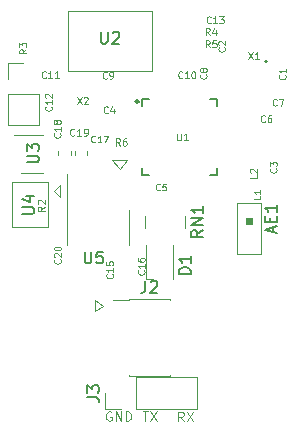
<source format=gbr>
G04 #@! TF.GenerationSoftware,KiCad,Pcbnew,(5.1.5)-3*
G04 #@! TF.CreationDate,2021-08-20T07:44:17+02:00*
G04 #@! TF.ProjectId,nRF52832_qfaa,6e524635-3238-4333-925f-716661612e6b,rev?*
G04 #@! TF.SameCoordinates,Original*
G04 #@! TF.FileFunction,Legend,Top*
G04 #@! TF.FilePolarity,Positive*
%FSLAX46Y46*%
G04 Gerber Fmt 4.6, Leading zero omitted, Abs format (unit mm)*
G04 Created by KiCad (PCBNEW (5.1.5)-3) date 2021-08-20 07:44:17*
%MOMM*%
%LPD*%
G04 APERTURE LIST*
%ADD10C,0.120000*%
%ADD11C,0.100000*%
%ADD12C,0.127000*%
%ADD13C,0.254000*%
%ADD14C,0.200000*%
%ADD15C,0.050000*%
%ADD16C,0.045600*%
%ADD17C,0.150000*%
%ADD18C,0.060000*%
%ADD19C,0.062700*%
G04 APERTURE END LIST*
D10*
X145008600Y-107924600D02*
X143814800Y-107924600D01*
X144424400Y-108686600D02*
X145008600Y-107924600D01*
X143814800Y-107924600D02*
X144424400Y-108686600D01*
X143027400Y-120319800D02*
X142316200Y-119811800D01*
X142316200Y-120726200D02*
X143027400Y-120319800D01*
X142316200Y-119837200D02*
X142316200Y-120726200D01*
D11*
X143713276Y-129267000D02*
X143637085Y-129228904D01*
X143522800Y-129228904D01*
X143408514Y-129267000D01*
X143332323Y-129343190D01*
X143294228Y-129419380D01*
X143256133Y-129571761D01*
X143256133Y-129686047D01*
X143294228Y-129838428D01*
X143332323Y-129914619D01*
X143408514Y-129990809D01*
X143522800Y-130028904D01*
X143598990Y-130028904D01*
X143713276Y-129990809D01*
X143751371Y-129952714D01*
X143751371Y-129686047D01*
X143598990Y-129686047D01*
X144094228Y-130028904D02*
X144094228Y-129228904D01*
X144551371Y-130028904D01*
X144551371Y-129228904D01*
X144932323Y-130028904D02*
X144932323Y-129228904D01*
X145122800Y-129228904D01*
X145237085Y-129267000D01*
X145313276Y-129343190D01*
X145351371Y-129419380D01*
X145389466Y-129571761D01*
X145389466Y-129686047D01*
X145351371Y-129838428D01*
X145313276Y-129914619D01*
X145237085Y-129990809D01*
X145122800Y-130028904D01*
X144932323Y-130028904D01*
X149828266Y-130054304D02*
X149561600Y-129673352D01*
X149371123Y-130054304D02*
X149371123Y-129254304D01*
X149675885Y-129254304D01*
X149752076Y-129292400D01*
X149790171Y-129330495D01*
X149828266Y-129406685D01*
X149828266Y-129520971D01*
X149790171Y-129597161D01*
X149752076Y-129635257D01*
X149675885Y-129673352D01*
X149371123Y-129673352D01*
X150094933Y-129254304D02*
X150628266Y-130054304D01*
X150628266Y-129254304D02*
X150094933Y-130054304D01*
X146380276Y-129228904D02*
X146837419Y-129228904D01*
X146608847Y-130028904D02*
X146608847Y-129228904D01*
X147027895Y-129228904D02*
X147561228Y-130028904D01*
X147561228Y-129228904D02*
X147027895Y-130028904D01*
D10*
X148704000Y-126131400D02*
X148704000Y-126196400D01*
X145174000Y-126131400D02*
X145174000Y-126196400D01*
X148704000Y-119726400D02*
X148704000Y-119791400D01*
X145174000Y-119726400D02*
X145174000Y-119791400D01*
X143849000Y-119791400D02*
X145174000Y-119791400D01*
X145174000Y-126196400D02*
X148704000Y-126196400D01*
X145174000Y-119726400D02*
X148704000Y-119726400D01*
X140637800Y-107177621D02*
X140637800Y-107503179D01*
X141657800Y-107177621D02*
X141657800Y-107503179D01*
X139240800Y-107203021D02*
X139240800Y-107528579D01*
X140260800Y-107203021D02*
X140260800Y-107528579D01*
X139344400Y-111099600D02*
X138836400Y-110591600D01*
X139344400Y-110083600D02*
X139344400Y-111099600D01*
X138836400Y-110591600D02*
X139344400Y-110083600D01*
X135280400Y-110083600D02*
X135280400Y-109829600D01*
X138328400Y-109829600D02*
X135280400Y-109829600D01*
X138328400Y-113639600D02*
X138328400Y-109829600D01*
X135280400Y-113639600D02*
X138328400Y-113639600D01*
X135280400Y-110083600D02*
X135280400Y-113639600D01*
X134941000Y-99762000D02*
X136271000Y-99762000D01*
X134941000Y-101092000D02*
X134941000Y-99762000D01*
X134941000Y-102362000D02*
X137601000Y-102362000D01*
X137601000Y-102362000D02*
X137601000Y-104962000D01*
X134941000Y-102362000D02*
X134941000Y-104962000D01*
X134941000Y-104962000D02*
X137601000Y-104962000D01*
X149914400Y-113682400D02*
X149914400Y-112682400D01*
X146554400Y-113682400D02*
X146554400Y-112682400D01*
X148927200Y-118010600D02*
X148927200Y-115110600D01*
X146627200Y-118010600D02*
X146627200Y-115110600D01*
X147227200Y-118010600D02*
X146627200Y-118010600D01*
X143221400Y-129015800D02*
X143221400Y-127685800D01*
X144551400Y-129015800D02*
X143221400Y-129015800D01*
X145821400Y-129015800D02*
X145821400Y-126355800D01*
X145821400Y-126355800D02*
X150961400Y-126355800D01*
X145821400Y-129015800D02*
X150961400Y-129015800D01*
X150961400Y-129015800D02*
X150961400Y-126355800D01*
X154381200Y-115874400D02*
X154381200Y-115620400D01*
X156413200Y-115874400D02*
X154381200Y-115874400D01*
X156413200Y-111556400D02*
X156413200Y-115874400D01*
X154381200Y-111556400D02*
X156413200Y-111556400D01*
X154381200Y-115620400D02*
X154381200Y-111556400D01*
D11*
G36*
X155651200Y-112826400D02*
G01*
X155651200Y-113334400D01*
X155143200Y-113334400D01*
X155143200Y-112826400D01*
X155651200Y-112826400D01*
G37*
X155651200Y-112826400D02*
X155651200Y-113334400D01*
X155143200Y-113334400D01*
X155143200Y-112826400D01*
X155651200Y-112826400D01*
D10*
X139960200Y-109166400D02*
X139960200Y-115166400D01*
X145180200Y-112166400D02*
X145180200Y-115166400D01*
X137890000Y-105832000D02*
X135440000Y-105832000D01*
X136090000Y-109052000D02*
X137890000Y-109052000D01*
X140030600Y-95307600D02*
X147142600Y-95307600D01*
X140030600Y-100387600D02*
X140030600Y-95307600D01*
X147142600Y-100387600D02*
X140030600Y-100387600D01*
X147142600Y-95307600D02*
X147142600Y-100387600D01*
D12*
X146301100Y-102803600D02*
X146301100Y-103403600D01*
X146901100Y-102803600D02*
X146301100Y-102803600D01*
X152701100Y-102803600D02*
X152101100Y-102803600D01*
X152701100Y-103403600D02*
X152701100Y-102803600D01*
X152701100Y-109203600D02*
X152701100Y-108603600D01*
X152101100Y-109203600D02*
X152701100Y-109203600D01*
X146301100Y-109203600D02*
X146901100Y-109203600D01*
X146301100Y-108603600D02*
X146301100Y-109203600D01*
D13*
X146028100Y-103003600D02*
G75*
G03X146028100Y-103003600I-127000J0D01*
G01*
D14*
X156901100Y-99603600D02*
G75*
G03X156901100Y-99603600I-100000J0D01*
G01*
D15*
X152050800Y-98417028D02*
X151850800Y-98131314D01*
X151707942Y-98417028D02*
X151707942Y-97817028D01*
X151936514Y-97817028D01*
X151993657Y-97845600D01*
X152022228Y-97874171D01*
X152050800Y-97931314D01*
X152050800Y-98017028D01*
X152022228Y-98074171D01*
X151993657Y-98102742D01*
X151936514Y-98131314D01*
X151707942Y-98131314D01*
X152593657Y-97817028D02*
X152307942Y-97817028D01*
X152279371Y-98102742D01*
X152307942Y-98074171D01*
X152365085Y-98045600D01*
X152507942Y-98045600D01*
X152565085Y-98074171D01*
X152593657Y-98102742D01*
X152622228Y-98159885D01*
X152622228Y-98302742D01*
X152593657Y-98359885D01*
X152565085Y-98388457D01*
X152507942Y-98417028D01*
X152365085Y-98417028D01*
X152307942Y-98388457D01*
X152279371Y-98359885D01*
X152046000Y-97375628D02*
X151846000Y-97089914D01*
X151703142Y-97375628D02*
X151703142Y-96775628D01*
X151931714Y-96775628D01*
X151988857Y-96804200D01*
X152017428Y-96832771D01*
X152046000Y-96889914D01*
X152046000Y-96975628D01*
X152017428Y-97032771D01*
X151988857Y-97061342D01*
X151931714Y-97089914D01*
X151703142Y-97089914D01*
X152560285Y-96975628D02*
X152560285Y-97375628D01*
X152417428Y-96747057D02*
X152274571Y-97175628D01*
X152646000Y-97175628D01*
X136517028Y-98575800D02*
X136231314Y-98775800D01*
X136517028Y-98918657D02*
X135917028Y-98918657D01*
X135917028Y-98690085D01*
X135945600Y-98632942D01*
X135974171Y-98604371D01*
X136031314Y-98575800D01*
X136117028Y-98575800D01*
X136174171Y-98604371D01*
X136202742Y-98632942D01*
X136231314Y-98690085D01*
X136231314Y-98918657D01*
X135917028Y-98375800D02*
X135917028Y-98004371D01*
X136145600Y-98204371D01*
X136145600Y-98118657D01*
X136174171Y-98061514D01*
X136202742Y-98032942D01*
X136259885Y-98004371D01*
X136402742Y-98004371D01*
X136459885Y-98032942D01*
X136488457Y-98061514D01*
X136517028Y-98118657D01*
X136517028Y-98290085D01*
X136488457Y-98347228D01*
X136459885Y-98375800D01*
X138066428Y-111885400D02*
X137780714Y-112085400D01*
X138066428Y-112228257D02*
X137466428Y-112228257D01*
X137466428Y-111999685D01*
X137495000Y-111942542D01*
X137523571Y-111913971D01*
X137580714Y-111885400D01*
X137666428Y-111885400D01*
X137723571Y-111913971D01*
X137752142Y-111942542D01*
X137780714Y-111999685D01*
X137780714Y-112228257D01*
X137523571Y-111656828D02*
X137495000Y-111628257D01*
X137466428Y-111571114D01*
X137466428Y-111428257D01*
X137495000Y-111371114D01*
X137523571Y-111342542D01*
X137580714Y-111313971D01*
X137637857Y-111313971D01*
X137723571Y-111342542D01*
X138066428Y-111685400D01*
X138066428Y-111313971D01*
D16*
X152129068Y-96311571D02*
X152101925Y-96338714D01*
X152020497Y-96365857D01*
X151966211Y-96365857D01*
X151884782Y-96338714D01*
X151830497Y-96284428D01*
X151803354Y-96230142D01*
X151776211Y-96121571D01*
X151776211Y-96040142D01*
X151803354Y-95931571D01*
X151830497Y-95877285D01*
X151884782Y-95823000D01*
X151966211Y-95795857D01*
X152020497Y-95795857D01*
X152101925Y-95823000D01*
X152129068Y-95850142D01*
X152671925Y-96365857D02*
X152346211Y-96365857D01*
X152509068Y-96365857D02*
X152509068Y-95795857D01*
X152454782Y-95877285D01*
X152400497Y-95931571D01*
X152346211Y-95958714D01*
X152861925Y-95795857D02*
X153214782Y-95795857D01*
X153024782Y-96013000D01*
X153106211Y-96013000D01*
X153160497Y-96040142D01*
X153187640Y-96067285D01*
X153214782Y-96121571D01*
X153214782Y-96257285D01*
X153187640Y-96311571D01*
X153160497Y-96338714D01*
X153106211Y-96365857D01*
X152943354Y-96365857D01*
X152889068Y-96338714D01*
X152861925Y-96311571D01*
D15*
X144451400Y-106722828D02*
X144251400Y-106437114D01*
X144108542Y-106722828D02*
X144108542Y-106122828D01*
X144337114Y-106122828D01*
X144394257Y-106151400D01*
X144422828Y-106179971D01*
X144451400Y-106237114D01*
X144451400Y-106322828D01*
X144422828Y-106379971D01*
X144394257Y-106408542D01*
X144337114Y-106437114D01*
X144108542Y-106437114D01*
X144965685Y-106122828D02*
X144851400Y-106122828D01*
X144794257Y-106151400D01*
X144765685Y-106179971D01*
X144708542Y-106265685D01*
X144679971Y-106379971D01*
X144679971Y-106608542D01*
X144708542Y-106665685D01*
X144737114Y-106694257D01*
X144794257Y-106722828D01*
X144908542Y-106722828D01*
X144965685Y-106694257D01*
X144994257Y-106665685D01*
X145022828Y-106608542D01*
X145022828Y-106465685D01*
X144994257Y-106408542D01*
X144965685Y-106379971D01*
X144908542Y-106351400D01*
X144794257Y-106351400D01*
X144737114Y-106379971D01*
X144708542Y-106408542D01*
X144679971Y-106465685D01*
D17*
X146605666Y-118178780D02*
X146605666Y-118893066D01*
X146558047Y-119035923D01*
X146462809Y-119131161D01*
X146319952Y-119178780D01*
X146224714Y-119178780D01*
X147034238Y-118274019D02*
X147081857Y-118226400D01*
X147177095Y-118178780D01*
X147415190Y-118178780D01*
X147510428Y-118226400D01*
X147558047Y-118274019D01*
X147605666Y-118369257D01*
X147605666Y-118464495D01*
X147558047Y-118607352D01*
X146986619Y-119178780D01*
X147605666Y-119178780D01*
D16*
X139389971Y-116362125D02*
X139417114Y-116389268D01*
X139444257Y-116470697D01*
X139444257Y-116524982D01*
X139417114Y-116606411D01*
X139362828Y-116660697D01*
X139308542Y-116687840D01*
X139199971Y-116714982D01*
X139118542Y-116714982D01*
X139009971Y-116687840D01*
X138955685Y-116660697D01*
X138901400Y-116606411D01*
X138874257Y-116524982D01*
X138874257Y-116470697D01*
X138901400Y-116389268D01*
X138928542Y-116362125D01*
X138928542Y-116144982D02*
X138901400Y-116117840D01*
X138874257Y-116063554D01*
X138874257Y-115927840D01*
X138901400Y-115873554D01*
X138928542Y-115846411D01*
X138982828Y-115819268D01*
X139037114Y-115819268D01*
X139118542Y-115846411D01*
X139444257Y-116172125D01*
X139444257Y-115819268D01*
X138874257Y-115466411D02*
X138874257Y-115412125D01*
X138901400Y-115357840D01*
X138928542Y-115330697D01*
X138982828Y-115303554D01*
X139091400Y-115276411D01*
X139227114Y-115276411D01*
X139335685Y-115303554D01*
X139389971Y-115330697D01*
X139417114Y-115357840D01*
X139444257Y-115412125D01*
X139444257Y-115466411D01*
X139417114Y-115520697D01*
X139389971Y-115547840D01*
X139335685Y-115574982D01*
X139227114Y-115602125D01*
X139091400Y-115602125D01*
X138982828Y-115574982D01*
X138928542Y-115547840D01*
X138901400Y-115520697D01*
X138874257Y-115466411D01*
D18*
X140584285Y-105827485D02*
X140555714Y-105856057D01*
X140470000Y-105884628D01*
X140412857Y-105884628D01*
X140327142Y-105856057D01*
X140270000Y-105798914D01*
X140241428Y-105741771D01*
X140212857Y-105627485D01*
X140212857Y-105541771D01*
X140241428Y-105427485D01*
X140270000Y-105370342D01*
X140327142Y-105313200D01*
X140412857Y-105284628D01*
X140470000Y-105284628D01*
X140555714Y-105313200D01*
X140584285Y-105341771D01*
X141155714Y-105884628D02*
X140812857Y-105884628D01*
X140984285Y-105884628D02*
X140984285Y-105284628D01*
X140927142Y-105370342D01*
X140870000Y-105427485D01*
X140812857Y-105456057D01*
X141441428Y-105884628D02*
X141555714Y-105884628D01*
X141612857Y-105856057D01*
X141641428Y-105827485D01*
X141698571Y-105741771D01*
X141727142Y-105627485D01*
X141727142Y-105398914D01*
X141698571Y-105341771D01*
X141670000Y-105313200D01*
X141612857Y-105284628D01*
X141498571Y-105284628D01*
X141441428Y-105313200D01*
X141412857Y-105341771D01*
X141384285Y-105398914D01*
X141384285Y-105541771D01*
X141412857Y-105598914D01*
X141441428Y-105627485D01*
X141498571Y-105656057D01*
X141612857Y-105656057D01*
X141670000Y-105627485D01*
X141698571Y-105598914D01*
X141727142Y-105541771D01*
D15*
X139380885Y-105694114D02*
X139409457Y-105722685D01*
X139438028Y-105808400D01*
X139438028Y-105865542D01*
X139409457Y-105951257D01*
X139352314Y-106008400D01*
X139295171Y-106036971D01*
X139180885Y-106065542D01*
X139095171Y-106065542D01*
X138980885Y-106036971D01*
X138923742Y-106008400D01*
X138866600Y-105951257D01*
X138838028Y-105865542D01*
X138838028Y-105808400D01*
X138866600Y-105722685D01*
X138895171Y-105694114D01*
X139438028Y-105122685D02*
X139438028Y-105465542D01*
X139438028Y-105294114D02*
X138838028Y-105294114D01*
X138923742Y-105351257D01*
X138980885Y-105408400D01*
X139009457Y-105465542D01*
X139095171Y-104779828D02*
X139066600Y-104836971D01*
X139038028Y-104865542D01*
X138980885Y-104894114D01*
X138952314Y-104894114D01*
X138895171Y-104865542D01*
X138866600Y-104836971D01*
X138838028Y-104779828D01*
X138838028Y-104665542D01*
X138866600Y-104608400D01*
X138895171Y-104579828D01*
X138952314Y-104551257D01*
X138980885Y-104551257D01*
X139038028Y-104579828D01*
X139066600Y-104608400D01*
X139095171Y-104665542D01*
X139095171Y-104779828D01*
X139123742Y-104836971D01*
X139152314Y-104865542D01*
X139209457Y-104894114D01*
X139323742Y-104894114D01*
X139380885Y-104865542D01*
X139409457Y-104836971D01*
X139438028Y-104779828D01*
X139438028Y-104665542D01*
X139409457Y-104608400D01*
X139380885Y-104579828D01*
X139323742Y-104551257D01*
X139209457Y-104551257D01*
X139152314Y-104579828D01*
X139123742Y-104608400D01*
X139095171Y-104665542D01*
D16*
X142336874Y-106395371D02*
X142309731Y-106422514D01*
X142228302Y-106449657D01*
X142174017Y-106449657D01*
X142092588Y-106422514D01*
X142038302Y-106368228D01*
X142011160Y-106313942D01*
X141984017Y-106205371D01*
X141984017Y-106123942D01*
X142011160Y-106015371D01*
X142038302Y-105961085D01*
X142092588Y-105906800D01*
X142174017Y-105879657D01*
X142228302Y-105879657D01*
X142309731Y-105906800D01*
X142336874Y-105933942D01*
X142879731Y-106449657D02*
X142554017Y-106449657D01*
X142716874Y-106449657D02*
X142716874Y-105879657D01*
X142662588Y-105961085D01*
X142608302Y-106015371D01*
X142554017Y-106042514D01*
X143069731Y-105879657D02*
X143449731Y-105879657D01*
X143205445Y-106449657D01*
X146476571Y-117301925D02*
X146503714Y-117329068D01*
X146530857Y-117410497D01*
X146530857Y-117464782D01*
X146503714Y-117546211D01*
X146449428Y-117600497D01*
X146395142Y-117627640D01*
X146286571Y-117654782D01*
X146205142Y-117654782D01*
X146096571Y-117627640D01*
X146042285Y-117600497D01*
X145988000Y-117546211D01*
X145960857Y-117464782D01*
X145960857Y-117410497D01*
X145988000Y-117329068D01*
X146015142Y-117301925D01*
X146530857Y-116759068D02*
X146530857Y-117084782D01*
X146530857Y-116921925D02*
X145960857Y-116921925D01*
X146042285Y-116976211D01*
X146096571Y-117030497D01*
X146123714Y-117084782D01*
X145960857Y-116270497D02*
X145960857Y-116379068D01*
X145988000Y-116433354D01*
X146015142Y-116460497D01*
X146096571Y-116514782D01*
X146205142Y-116541925D01*
X146422285Y-116541925D01*
X146476571Y-116514782D01*
X146503714Y-116487640D01*
X146530857Y-116433354D01*
X146530857Y-116324782D01*
X146503714Y-116270497D01*
X146476571Y-116243354D01*
X146422285Y-116216211D01*
X146286571Y-116216211D01*
X146232285Y-116243354D01*
X146205142Y-116270497D01*
X146178000Y-116324782D01*
X146178000Y-116433354D01*
X146205142Y-116487640D01*
X146232285Y-116514782D01*
X146286571Y-116541925D01*
X143809571Y-117606725D02*
X143836714Y-117633868D01*
X143863857Y-117715297D01*
X143863857Y-117769582D01*
X143836714Y-117851011D01*
X143782428Y-117905297D01*
X143728142Y-117932440D01*
X143619571Y-117959582D01*
X143538142Y-117959582D01*
X143429571Y-117932440D01*
X143375285Y-117905297D01*
X143321000Y-117851011D01*
X143293857Y-117769582D01*
X143293857Y-117715297D01*
X143321000Y-117633868D01*
X143348142Y-117606725D01*
X143863857Y-117063868D02*
X143863857Y-117389582D01*
X143863857Y-117226725D02*
X143293857Y-117226725D01*
X143375285Y-117281011D01*
X143429571Y-117335297D01*
X143456714Y-117389582D01*
X143293857Y-116548154D02*
X143293857Y-116819582D01*
X143565285Y-116846725D01*
X143538142Y-116819582D01*
X143511000Y-116765297D01*
X143511000Y-116629582D01*
X143538142Y-116575297D01*
X143565285Y-116548154D01*
X143619571Y-116521011D01*
X143755285Y-116521011D01*
X143809571Y-116548154D01*
X143836714Y-116575297D01*
X143863857Y-116629582D01*
X143863857Y-116765297D01*
X143836714Y-116819582D01*
X143809571Y-116846725D01*
X149731868Y-100964571D02*
X149704725Y-100991714D01*
X149623297Y-101018857D01*
X149569011Y-101018857D01*
X149487582Y-100991714D01*
X149433297Y-100937428D01*
X149406154Y-100883142D01*
X149379011Y-100774571D01*
X149379011Y-100693142D01*
X149406154Y-100584571D01*
X149433297Y-100530285D01*
X149487582Y-100476000D01*
X149569011Y-100448857D01*
X149623297Y-100448857D01*
X149704725Y-100476000D01*
X149731868Y-100503142D01*
X150274725Y-101018857D02*
X149949011Y-101018857D01*
X150111868Y-101018857D02*
X150111868Y-100448857D01*
X150057582Y-100530285D01*
X150003297Y-100584571D01*
X149949011Y-100611714D01*
X150627582Y-100448857D02*
X150681868Y-100448857D01*
X150736154Y-100476000D01*
X150763297Y-100503142D01*
X150790440Y-100557428D01*
X150817582Y-100666000D01*
X150817582Y-100801714D01*
X150790440Y-100910285D01*
X150763297Y-100964571D01*
X150736154Y-100991714D01*
X150681868Y-101018857D01*
X150627582Y-101018857D01*
X150573297Y-100991714D01*
X150546154Y-100964571D01*
X150519011Y-100910285D01*
X150491868Y-100801714D01*
X150491868Y-100666000D01*
X150519011Y-100557428D01*
X150546154Y-100503142D01*
X150573297Y-100476000D01*
X150627582Y-100448857D01*
D17*
X136180580Y-112496504D02*
X136990104Y-112496504D01*
X137085342Y-112448885D01*
X137132961Y-112401266D01*
X137180580Y-112306028D01*
X137180580Y-112115552D01*
X137132961Y-112020314D01*
X137085342Y-111972695D01*
X136990104Y-111925076D01*
X136180580Y-111925076D01*
X136513914Y-111020314D02*
X137180580Y-111020314D01*
X136132961Y-111258409D02*
X136847247Y-111496504D01*
X136847247Y-110877457D01*
X151486780Y-113872876D02*
X151010590Y-114206209D01*
X151486780Y-114444304D02*
X150486780Y-114444304D01*
X150486780Y-114063352D01*
X150534400Y-113968114D01*
X150582019Y-113920495D01*
X150677257Y-113872876D01*
X150820114Y-113872876D01*
X150915352Y-113920495D01*
X150962971Y-113968114D01*
X151010590Y-114063352D01*
X151010590Y-114444304D01*
X151486780Y-113444304D02*
X150486780Y-113444304D01*
X151486780Y-112872876D01*
X150486780Y-112872876D01*
X151486780Y-111872876D02*
X151486780Y-112444304D01*
X151486780Y-112158590D02*
X150486780Y-112158590D01*
X150629638Y-112253828D01*
X150724876Y-112349066D01*
X150772495Y-112444304D01*
X150439380Y-117603495D02*
X149439380Y-117603495D01*
X149439380Y-117365400D01*
X149487000Y-117222542D01*
X149582238Y-117127304D01*
X149677476Y-117079685D01*
X149867952Y-117032066D01*
X150010809Y-117032066D01*
X150201285Y-117079685D01*
X150296523Y-117127304D01*
X150391761Y-117222542D01*
X150439380Y-117365400D01*
X150439380Y-117603495D01*
X150439380Y-116079685D02*
X150439380Y-116651114D01*
X150439380Y-116365400D02*
X149439380Y-116365400D01*
X149582238Y-116460638D01*
X149677476Y-116555876D01*
X149725095Y-116651114D01*
X141673780Y-128019133D02*
X142388066Y-128019133D01*
X142530923Y-128066752D01*
X142626161Y-128161990D01*
X142673780Y-128304847D01*
X142673780Y-128400085D01*
X141673780Y-127638180D02*
X141673780Y-127019133D01*
X142054733Y-127352466D01*
X142054733Y-127209609D01*
X142102352Y-127114371D01*
X142149971Y-127066752D01*
X142245209Y-127019133D01*
X142483304Y-127019133D01*
X142578542Y-127066752D01*
X142626161Y-127114371D01*
X142673780Y-127209609D01*
X142673780Y-127495323D01*
X142626161Y-127590561D01*
X142578542Y-127638180D01*
D16*
X156030457Y-109173017D02*
X156030457Y-109444445D01*
X155460457Y-109444445D01*
X155514742Y-109010160D02*
X155487600Y-108983017D01*
X155460457Y-108928731D01*
X155460457Y-108793017D01*
X155487600Y-108738731D01*
X155514742Y-108711588D01*
X155569028Y-108684445D01*
X155623314Y-108684445D01*
X155704742Y-108711588D01*
X156030457Y-109037302D01*
X156030457Y-108684445D01*
D17*
X157418066Y-114069666D02*
X157418066Y-113593476D01*
X157703780Y-114164904D02*
X156703780Y-113831571D01*
X157703780Y-113498238D01*
X157179971Y-113164904D02*
X157179971Y-112831571D01*
X157703780Y-112688714D02*
X157703780Y-113164904D01*
X156703780Y-113164904D01*
X156703780Y-112688714D01*
X157703780Y-111736333D02*
X157703780Y-112307761D01*
X157703780Y-112022047D02*
X156703780Y-112022047D01*
X156846638Y-112117285D01*
X156941876Y-112212523D01*
X156989495Y-112307761D01*
X141452695Y-115708180D02*
X141452695Y-116517704D01*
X141500314Y-116612942D01*
X141547933Y-116660561D01*
X141643171Y-116708180D01*
X141833647Y-116708180D01*
X141928885Y-116660561D01*
X141976504Y-116612942D01*
X142024123Y-116517704D01*
X142024123Y-115708180D01*
X142976504Y-115708180D02*
X142500314Y-115708180D01*
X142452695Y-116184371D01*
X142500314Y-116136752D01*
X142595552Y-116089133D01*
X142833647Y-116089133D01*
X142928885Y-116136752D01*
X142976504Y-116184371D01*
X143024123Y-116279609D01*
X143024123Y-116517704D01*
X142976504Y-116612942D01*
X142928885Y-116660561D01*
X142833647Y-116708180D01*
X142595552Y-116708180D01*
X142500314Y-116660561D01*
X142452695Y-116612942D01*
X136594780Y-108153104D02*
X137404304Y-108153104D01*
X137499542Y-108105485D01*
X137547161Y-108057866D01*
X137594780Y-107962628D01*
X137594780Y-107772152D01*
X137547161Y-107676914D01*
X137499542Y-107629295D01*
X137404304Y-107581676D01*
X136594780Y-107581676D01*
X136594780Y-107200723D02*
X136594780Y-106581676D01*
X136975733Y-106915009D01*
X136975733Y-106772152D01*
X137023352Y-106676914D01*
X137070971Y-106629295D01*
X137166209Y-106581676D01*
X137404304Y-106581676D01*
X137499542Y-106629295D01*
X137547161Y-106676914D01*
X137594780Y-106772152D01*
X137594780Y-107057866D01*
X137547161Y-107153104D01*
X137499542Y-107200723D01*
X142824295Y-97089980D02*
X142824295Y-97899504D01*
X142871914Y-97994742D01*
X142919533Y-98042361D01*
X143014771Y-98089980D01*
X143205247Y-98089980D01*
X143300485Y-98042361D01*
X143348104Y-97994742D01*
X143395723Y-97899504D01*
X143395723Y-97089980D01*
X143824295Y-97185219D02*
X143871914Y-97137600D01*
X143967152Y-97089980D01*
X144205247Y-97089980D01*
X144300485Y-97137600D01*
X144348104Y-97185219D01*
X144395723Y-97280457D01*
X144395723Y-97375695D01*
X144348104Y-97518552D01*
X143776676Y-98089980D01*
X144395723Y-98089980D01*
D19*
X149277569Y-105706457D02*
X149277569Y-106167885D01*
X149304712Y-106222171D01*
X149331855Y-106249314D01*
X149386140Y-106276457D01*
X149494712Y-106276457D01*
X149548997Y-106249314D01*
X149576140Y-106222171D01*
X149603283Y-106167885D01*
X149603283Y-105706457D01*
X150173283Y-106276457D02*
X149847569Y-106276457D01*
X150010426Y-106276457D02*
X150010426Y-105706457D01*
X149956140Y-105787885D01*
X149901855Y-105842171D01*
X149847569Y-105869314D01*
D16*
X155305068Y-98843857D02*
X155685068Y-99413857D01*
X155685068Y-98843857D02*
X155305068Y-99413857D01*
X156200782Y-99413857D02*
X155875068Y-99413857D01*
X156037925Y-99413857D02*
X156037925Y-98843857D01*
X155983640Y-98925285D01*
X155929354Y-98979571D01*
X155875068Y-99006714D01*
X156335257Y-110989782D02*
X156335257Y-111261211D01*
X155765257Y-111261211D01*
X156335257Y-110501211D02*
X156335257Y-110826925D01*
X156335257Y-110664068D02*
X155765257Y-110664068D01*
X155846685Y-110718354D01*
X155900971Y-110772640D01*
X155928114Y-110826925D01*
X153283771Y-98416531D02*
X153310914Y-98443674D01*
X153338057Y-98525102D01*
X153338057Y-98579388D01*
X153310914Y-98660817D01*
X153256628Y-98715102D01*
X153202342Y-98742245D01*
X153093771Y-98769388D01*
X153012342Y-98769388D01*
X152903771Y-98742245D01*
X152849485Y-98715102D01*
X152795200Y-98660817D01*
X152768057Y-98579388D01*
X152768057Y-98525102D01*
X152795200Y-98443674D01*
X152822342Y-98416531D01*
X152822342Y-98199388D02*
X152795200Y-98172245D01*
X152768057Y-98117960D01*
X152768057Y-97982245D01*
X152795200Y-97927960D01*
X152822342Y-97900817D01*
X152876628Y-97873674D01*
X152930914Y-97873674D01*
X153012342Y-97900817D01*
X153338057Y-98226531D01*
X153338057Y-97873674D01*
X158414571Y-100753331D02*
X158441714Y-100780474D01*
X158468857Y-100861902D01*
X158468857Y-100916188D01*
X158441714Y-100997617D01*
X158387428Y-101051902D01*
X158333142Y-101079045D01*
X158224571Y-101106188D01*
X158143142Y-101106188D01*
X158034571Y-101079045D01*
X157980285Y-101051902D01*
X157926000Y-100997617D01*
X157898857Y-100916188D01*
X157898857Y-100861902D01*
X157926000Y-100780474D01*
X157953142Y-100753331D01*
X158468857Y-100210474D02*
X158468857Y-100536188D01*
X158468857Y-100373331D02*
X157898857Y-100373331D01*
X157980285Y-100427617D01*
X158034571Y-100481902D01*
X158061714Y-100536188D01*
X157661371Y-108652731D02*
X157688514Y-108679874D01*
X157715657Y-108761302D01*
X157715657Y-108815588D01*
X157688514Y-108897017D01*
X157634228Y-108951302D01*
X157579942Y-108978445D01*
X157471371Y-109005588D01*
X157389942Y-109005588D01*
X157281371Y-108978445D01*
X157227085Y-108951302D01*
X157172800Y-108897017D01*
X157145657Y-108815588D01*
X157145657Y-108761302D01*
X157172800Y-108679874D01*
X157199942Y-108652731D01*
X157145657Y-108462731D02*
X157145657Y-108109874D01*
X157362800Y-108299874D01*
X157362800Y-108218445D01*
X157389942Y-108164160D01*
X157417085Y-108137017D01*
X157471371Y-108109874D01*
X157607085Y-108109874D01*
X157661371Y-108137017D01*
X157688514Y-108164160D01*
X157715657Y-108218445D01*
X157715657Y-108381302D01*
X157688514Y-108435588D01*
X157661371Y-108462731D01*
X143416868Y-103931571D02*
X143389725Y-103958714D01*
X143308297Y-103985857D01*
X143254011Y-103985857D01*
X143172582Y-103958714D01*
X143118297Y-103904428D01*
X143091154Y-103850142D01*
X143064011Y-103741571D01*
X143064011Y-103660142D01*
X143091154Y-103551571D01*
X143118297Y-103497285D01*
X143172582Y-103443000D01*
X143254011Y-103415857D01*
X143308297Y-103415857D01*
X143389725Y-103443000D01*
X143416868Y-103470142D01*
X143905440Y-103605857D02*
X143905440Y-103985857D01*
X143769725Y-103388714D02*
X143634011Y-103795857D01*
X143986868Y-103795857D01*
X147809168Y-110464771D02*
X147782025Y-110491914D01*
X147700597Y-110519057D01*
X147646311Y-110519057D01*
X147564882Y-110491914D01*
X147510597Y-110437628D01*
X147483454Y-110383342D01*
X147456311Y-110274771D01*
X147456311Y-110193342D01*
X147483454Y-110084771D01*
X147510597Y-110030485D01*
X147564882Y-109976200D01*
X147646311Y-109949057D01*
X147700597Y-109949057D01*
X147782025Y-109976200D01*
X147809168Y-110003342D01*
X148324882Y-109949057D02*
X148053454Y-109949057D01*
X148026311Y-110220485D01*
X148053454Y-110193342D01*
X148107740Y-110166200D01*
X148243454Y-110166200D01*
X148297740Y-110193342D01*
X148324882Y-110220485D01*
X148352025Y-110274771D01*
X148352025Y-110410485D01*
X148324882Y-110464771D01*
X148297740Y-110491914D01*
X148243454Y-110519057D01*
X148107740Y-110519057D01*
X148053454Y-110491914D01*
X148026311Y-110464771D01*
X151734371Y-100702531D02*
X151761514Y-100729674D01*
X151788657Y-100811102D01*
X151788657Y-100865388D01*
X151761514Y-100946817D01*
X151707228Y-101001102D01*
X151652942Y-101028245D01*
X151544371Y-101055388D01*
X151462942Y-101055388D01*
X151354371Y-101028245D01*
X151300085Y-101001102D01*
X151245800Y-100946817D01*
X151218657Y-100865388D01*
X151218657Y-100811102D01*
X151245800Y-100729674D01*
X151272942Y-100702531D01*
X151462942Y-100376817D02*
X151435800Y-100431102D01*
X151408657Y-100458245D01*
X151354371Y-100485388D01*
X151327228Y-100485388D01*
X151272942Y-100458245D01*
X151245800Y-100431102D01*
X151218657Y-100376817D01*
X151218657Y-100268245D01*
X151245800Y-100213960D01*
X151272942Y-100186817D01*
X151327228Y-100159674D01*
X151354371Y-100159674D01*
X151408657Y-100186817D01*
X151435800Y-100213960D01*
X151462942Y-100268245D01*
X151462942Y-100376817D01*
X151490085Y-100431102D01*
X151517228Y-100458245D01*
X151571514Y-100485388D01*
X151680085Y-100485388D01*
X151734371Y-100458245D01*
X151761514Y-100431102D01*
X151788657Y-100376817D01*
X151788657Y-100268245D01*
X151761514Y-100213960D01*
X151734371Y-100186817D01*
X151680085Y-100159674D01*
X151571514Y-100159674D01*
X151517228Y-100186817D01*
X151490085Y-100213960D01*
X151462942Y-100268245D01*
X156726468Y-104668171D02*
X156699325Y-104695314D01*
X156617897Y-104722457D01*
X156563611Y-104722457D01*
X156482182Y-104695314D01*
X156427897Y-104641028D01*
X156400754Y-104586742D01*
X156373611Y-104478171D01*
X156373611Y-104396742D01*
X156400754Y-104288171D01*
X156427897Y-104233885D01*
X156482182Y-104179600D01*
X156563611Y-104152457D01*
X156617897Y-104152457D01*
X156699325Y-104179600D01*
X156726468Y-104206742D01*
X157215040Y-104152457D02*
X157106468Y-104152457D01*
X157052182Y-104179600D01*
X157025040Y-104206742D01*
X156970754Y-104288171D01*
X156943611Y-104396742D01*
X156943611Y-104613885D01*
X156970754Y-104668171D01*
X156997897Y-104695314D01*
X157052182Y-104722457D01*
X157160754Y-104722457D01*
X157215040Y-104695314D01*
X157242182Y-104668171D01*
X157269325Y-104613885D01*
X157269325Y-104478171D01*
X157242182Y-104423885D01*
X157215040Y-104396742D01*
X157160754Y-104369600D01*
X157052182Y-104369600D01*
X156997897Y-104396742D01*
X156970754Y-104423885D01*
X156943611Y-104478171D01*
X157717068Y-103296571D02*
X157689925Y-103323714D01*
X157608497Y-103350857D01*
X157554211Y-103350857D01*
X157472782Y-103323714D01*
X157418497Y-103269428D01*
X157391354Y-103215142D01*
X157364211Y-103106571D01*
X157364211Y-103025142D01*
X157391354Y-102916571D01*
X157418497Y-102862285D01*
X157472782Y-102808000D01*
X157554211Y-102780857D01*
X157608497Y-102780857D01*
X157689925Y-102808000D01*
X157717068Y-102835142D01*
X157907068Y-102780857D02*
X158287068Y-102780857D01*
X158042782Y-103350857D01*
X143340668Y-100992771D02*
X143313525Y-101019914D01*
X143232097Y-101047057D01*
X143177811Y-101047057D01*
X143096382Y-101019914D01*
X143042097Y-100965628D01*
X143014954Y-100911342D01*
X142987811Y-100802771D01*
X142987811Y-100721342D01*
X143014954Y-100612771D01*
X143042097Y-100558485D01*
X143096382Y-100504200D01*
X143177811Y-100477057D01*
X143232097Y-100477057D01*
X143313525Y-100504200D01*
X143340668Y-100531342D01*
X143612097Y-101047057D02*
X143720668Y-101047057D01*
X143774954Y-101019914D01*
X143802097Y-100992771D01*
X143856382Y-100911342D01*
X143883525Y-100802771D01*
X143883525Y-100585628D01*
X143856382Y-100531342D01*
X143829240Y-100504200D01*
X143774954Y-100477057D01*
X143666382Y-100477057D01*
X143612097Y-100504200D01*
X143584954Y-100531342D01*
X143557811Y-100585628D01*
X143557811Y-100721342D01*
X143584954Y-100775628D01*
X143612097Y-100802771D01*
X143666382Y-100829914D01*
X143774954Y-100829914D01*
X143829240Y-100802771D01*
X143856382Y-100775628D01*
X143883525Y-100721342D01*
X140827068Y-102603057D02*
X141207068Y-103173057D01*
X141207068Y-102603057D02*
X140827068Y-103173057D01*
X141397068Y-102657342D02*
X141424211Y-102630200D01*
X141478497Y-102603057D01*
X141614211Y-102603057D01*
X141668497Y-102630200D01*
X141695640Y-102657342D01*
X141722782Y-102711628D01*
X141722782Y-102765914D01*
X141695640Y-102847342D01*
X141369925Y-103173057D01*
X141722782Y-103173057D01*
X138171274Y-100959771D02*
X138144131Y-100986914D01*
X138062702Y-101014057D01*
X138008417Y-101014057D01*
X137926988Y-100986914D01*
X137872702Y-100932628D01*
X137845560Y-100878342D01*
X137818417Y-100769771D01*
X137818417Y-100688342D01*
X137845560Y-100579771D01*
X137872702Y-100525485D01*
X137926988Y-100471200D01*
X138008417Y-100444057D01*
X138062702Y-100444057D01*
X138144131Y-100471200D01*
X138171274Y-100498342D01*
X138714131Y-101014057D02*
X138388417Y-101014057D01*
X138551274Y-101014057D02*
X138551274Y-100444057D01*
X138496988Y-100525485D01*
X138442702Y-100579771D01*
X138388417Y-100606914D01*
X139256988Y-101014057D02*
X138931274Y-101014057D01*
X139094131Y-101014057D02*
X139094131Y-100444057D01*
X139039845Y-100525485D01*
X138985560Y-100579771D01*
X138931274Y-100606914D01*
X138627971Y-103420331D02*
X138655114Y-103447474D01*
X138682257Y-103528902D01*
X138682257Y-103583188D01*
X138655114Y-103664617D01*
X138600828Y-103718902D01*
X138546542Y-103746045D01*
X138437971Y-103773188D01*
X138356542Y-103773188D01*
X138247971Y-103746045D01*
X138193685Y-103718902D01*
X138139400Y-103664617D01*
X138112257Y-103583188D01*
X138112257Y-103528902D01*
X138139400Y-103447474D01*
X138166542Y-103420331D01*
X138682257Y-102877474D02*
X138682257Y-103203188D01*
X138682257Y-103040331D02*
X138112257Y-103040331D01*
X138193685Y-103094617D01*
X138247971Y-103148902D01*
X138275114Y-103203188D01*
X138166542Y-102660331D02*
X138139400Y-102633188D01*
X138112257Y-102578902D01*
X138112257Y-102443188D01*
X138139400Y-102388902D01*
X138166542Y-102361760D01*
X138220828Y-102334617D01*
X138275114Y-102334617D01*
X138356542Y-102361760D01*
X138682257Y-102687474D01*
X138682257Y-102334617D01*
M02*

</source>
